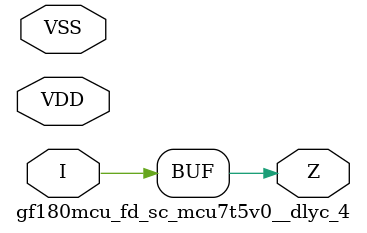
<source format=v>

module gf180mcu_fd_sc_mcu7t5v0__dlyc_4( I, Z, VDD, VSS );
input I;
inout VDD, VSS;
output Z;

	buf MGM_BG_0( Z, I );

endmodule

</source>
